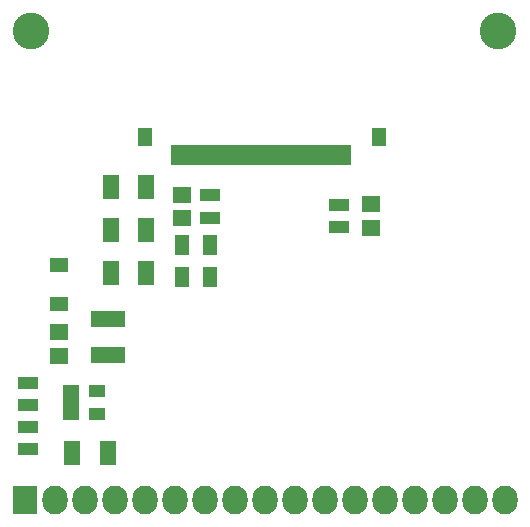
<source format=gts>
G04 #@! TF.GenerationSoftware,KiCad,Pcbnew,(2017-01-24 revision 0b6147e)-makepkg*
G04 #@! TF.CreationDate,2017-10-03T07:54:18-07:00*
G04 #@! TF.ProjectId,OLED_1.5_128X128_breakout,4F4C45445F312E355F31323858313238,rev?*
G04 #@! TF.FileFunction,Soldermask,Top*
G04 #@! TF.FilePolarity,Negative*
%FSLAX46Y46*%
G04 Gerber Fmt 4.6, Leading zero omitted, Abs format (unit mm)*
G04 Created by KiCad (PCBNEW (2017-01-24 revision 0b6147e)-makepkg) date 10/03/17 07:54:18*
%MOMM*%
%LPD*%
G01*
G04 APERTURE LIST*
%ADD10C,0.100000*%
%ADD11R,1.650000X1.400000*%
%ADD12R,0.700000X1.800000*%
%ADD13R,1.300000X1.500000*%
%ADD14R,1.400000X2.000000*%
%ADD15R,1.620000X1.310000*%
%ADD16R,1.200000X1.700000*%
%ADD17R,2.900000X1.400000*%
%ADD18R,2.127200X2.432000*%
%ADD19O,2.127200X2.432000*%
%ADD20R,1.460000X1.050000*%
%ADD21R,1.700000X1.100000*%
%ADD22C,3.100000*%
G04 APERTURE END LIST*
D10*
D11*
X65010000Y-63140000D03*
X65010000Y-65140000D03*
D12*
X78985000Y-59794000D03*
X78485000Y-59794000D03*
X77985000Y-59794000D03*
X77485000Y-59794000D03*
X76985000Y-59794000D03*
X76485000Y-59794000D03*
X75985000Y-59794000D03*
X75485000Y-59794000D03*
X74985000Y-59794000D03*
X74485000Y-59794000D03*
X73985000Y-59794000D03*
X73485000Y-59794000D03*
X72985000Y-59794000D03*
X72485000Y-59794000D03*
X71985000Y-59794000D03*
X71485000Y-59794000D03*
X70985000Y-59794000D03*
X70485000Y-59794000D03*
X69985000Y-59794000D03*
X69485000Y-59794000D03*
X68985000Y-59794000D03*
X68485000Y-59794000D03*
X67985000Y-59794000D03*
X67485000Y-59794000D03*
X66985000Y-59794000D03*
X66485000Y-59794000D03*
X65985000Y-59794000D03*
X65485000Y-59794000D03*
X64985000Y-59794000D03*
X64485000Y-59794000D03*
D13*
X81685000Y-58294000D03*
X61885000Y-58294000D03*
D14*
X55750000Y-85000000D03*
X58750000Y-85000000D03*
X62000000Y-62500000D03*
X59000000Y-62500000D03*
X59000000Y-66100000D03*
X62000000Y-66100000D03*
X59000000Y-69740000D03*
X62000000Y-69740000D03*
D15*
X54590000Y-72365000D03*
X54590000Y-69095000D03*
D16*
X65000000Y-70075000D03*
X65000000Y-67365000D03*
X67390000Y-67365000D03*
X67390000Y-70075000D03*
D17*
X58790000Y-73710000D03*
X58790000Y-76710000D03*
D18*
X51760000Y-89000000D03*
D19*
X54300000Y-89000000D03*
X56840000Y-89000000D03*
X59380000Y-89000000D03*
X61920000Y-89000000D03*
X64460000Y-89000000D03*
X67000000Y-89000000D03*
X69540000Y-89000000D03*
X72080000Y-89000000D03*
X74620000Y-89000000D03*
X77160000Y-89000000D03*
X79700000Y-89000000D03*
X82240000Y-89000000D03*
X84780000Y-89000000D03*
X87320000Y-89000000D03*
X89860000Y-89000000D03*
X92400000Y-89000000D03*
D20*
X55650000Y-79800000D03*
X55650000Y-80750000D03*
X55650000Y-81700000D03*
X57850000Y-81700000D03*
X57850000Y-79800000D03*
D21*
X67410000Y-63190000D03*
X67410000Y-65090000D03*
X52000000Y-79050000D03*
X52000000Y-80950000D03*
X52000000Y-84700000D03*
X52000000Y-82800000D03*
D11*
X54590000Y-74770000D03*
X54590000Y-76770000D03*
X81030000Y-63930000D03*
X81030000Y-65930000D03*
D21*
X78290000Y-63980000D03*
X78290000Y-65880000D03*
D22*
X52250000Y-49250000D03*
X91750000Y-49250000D03*
M02*

</source>
